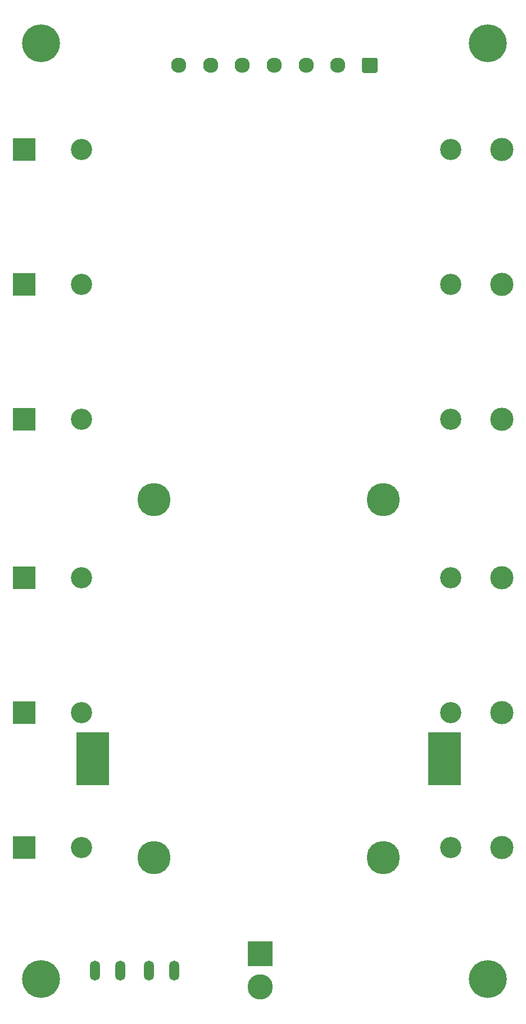
<source format=gbr>
%TF.GenerationSoftware,KiCad,Pcbnew,5.1.10*%
%TF.CreationDate,2021-10-06T22:42:20+01:00*%
%TF.ProjectId,BatteryPack,42617474-6572-4795-9061-636b2e6b6963,rev?*%
%TF.SameCoordinates,Original*%
%TF.FileFunction,Soldermask,Bot*%
%TF.FilePolarity,Negative*%
%FSLAX46Y46*%
G04 Gerber Fmt 4.6, Leading zero omitted, Abs format (unit mm)*
G04 Created by KiCad (PCBNEW 5.1.10) date 2021-10-06 22:42:20*
%MOMM*%
%LPD*%
G01*
G04 APERTURE LIST*
%ADD10R,5.000000X8.000000*%
%ADD11C,5.000000*%
%ADD12C,5.700000*%
%ADD13C,2.300000*%
%ADD14C,3.800000*%
%ADD15R,3.800000X3.800000*%
%ADD16O,1.524000X3.000000*%
%ADD17C,3.200000*%
%ADD18R,3.500000X3.500000*%
%ADD19C,3.500000*%
G04 APERTURE END LIST*
D10*
%TO.C,J3*%
X107780000Y-126816000D03*
X54780000Y-126816000D03*
D11*
X64030000Y-87756000D03*
X98530000Y-87756000D03*
X98530000Y-141756000D03*
X64030000Y-141756000D03*
%TD*%
D12*
%TO.C,REF\u002A\u002A*%
X114300000Y-19050000D03*
%TD*%
%TO.C,REF\u002A\u002A*%
X46990000Y-19050000D03*
%TD*%
D13*
%TO.C,J2*%
X67710000Y-22352000D03*
X72520000Y-22352000D03*
X77320000Y-22352000D03*
X82120000Y-22352000D03*
X86920000Y-22352000D03*
X91720000Y-22352000D03*
G36*
G01*
X97670000Y-21452000D02*
X97670000Y-23252000D01*
G75*
G02*
X97420000Y-23502000I-250000J0D01*
G01*
X95620000Y-23502000D01*
G75*
G02*
X95370000Y-23252000I0J250000D01*
G01*
X95370000Y-21452000D01*
G75*
G02*
X95620000Y-21202000I250000J0D01*
G01*
X97420000Y-21202000D01*
G75*
G02*
X97670000Y-21452000I0J-250000D01*
G01*
G37*
%TD*%
D14*
%TO.C,J1*%
X80010000Y-161210000D03*
D15*
X80010000Y-156210000D03*
%TD*%
D16*
%TO.C,F1*%
X67056000Y-158750000D03*
X63246000Y-158750000D03*
X55118000Y-158750000D03*
X58928000Y-158750000D03*
%TD*%
D17*
%TO.C,BT6*%
X108705000Y-140208000D03*
X53095000Y-140208000D03*
D18*
X44450000Y-140208000D03*
D19*
X116450000Y-140208000D03*
%TD*%
D17*
%TO.C,BT5*%
X108705000Y-119888000D03*
X53095000Y-119888000D03*
D18*
X44450000Y-119888000D03*
D19*
X116450000Y-119888000D03*
%TD*%
D17*
%TO.C,BT4*%
X108705000Y-99568000D03*
X53095000Y-99568000D03*
D18*
X44450000Y-99568000D03*
D19*
X116450000Y-99568000D03*
%TD*%
D17*
%TO.C,BT3*%
X108705000Y-75692000D03*
X53095000Y-75692000D03*
D18*
X44450000Y-75692000D03*
D19*
X116450000Y-75692000D03*
%TD*%
D17*
%TO.C,BT2*%
X108705000Y-55372000D03*
X53095000Y-55372000D03*
D18*
X44450000Y-55372000D03*
D19*
X116450000Y-55372000D03*
%TD*%
D17*
%TO.C,BT1*%
X108705000Y-35052000D03*
X53095000Y-35052000D03*
D18*
X44450000Y-35052000D03*
D19*
X116450000Y-35052000D03*
%TD*%
D12*
%TO.C,REF\u002A\u002A*%
X114300000Y-160020000D03*
%TD*%
%TO.C,REF\u002A\u002A*%
X46990000Y-160020000D03*
%TD*%
M02*

</source>
